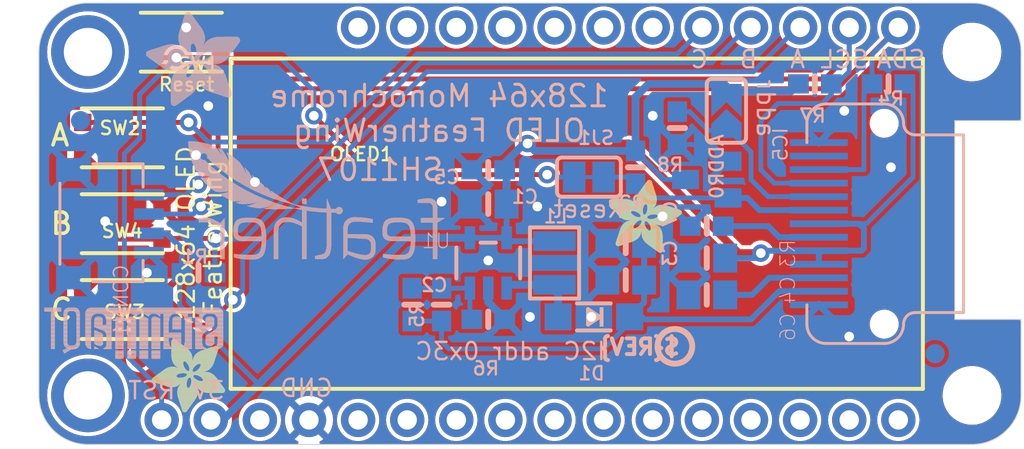
<source format=kicad_pcb>
(kicad_pcb (version 20221018) (generator pcbnew)
  (layers (0 "F.Cu" signal) (31 "B.Cu" signal) (34 "B.Paste" user) (35 "F.Paste" user) (36 "B.SilkS" user "B.Silkscreen") (37 "F.SilkS" user "F.Silkscreen") (38 "B.Mask" user) (39 "F.Mask" user) (44 "Edge.Cuts" user))
  (net 0 "")
  (net 1 "GND")
  (net 2 "~{RESET}")
  (net 3 "3.3V")
  (net 4 "J")
  (net 5 "I")
  (net 6 "H")
  (net 7 "SDA")
  (net 8 "SCL")
  (net 9 "~{OLED_RST}")
  (net 10 "N$7")
  (net 11 "VCOMH")
  (net 12 "+12V")
  (net 13 "N$1")
  (net 14 "N$3")
  (net 15 "N$2")
  (footprint "working:ADAFRUIT_3.5MM" (layer "F.Cu") (at 152.5651 106.5276)
    (fp_text reference "U$16" hide)
    (fp_text value "" hide)
  )
  (footprint "working:BTN_KMR2_4.6X2.8" (layer "F.Cu") (at 130.4671 95.6056)
    (fp_text reference "SW1" (at -0.254 1.143) (layer "F.SilkS") (effects (font (size 0.692831 0.692831) (thickness 0.119969)) (justify left)))
    (fp_text value "KMR2")
    (pad "A" smd rect (at 2.05 -0.8) (size 0.9 0.9) (layers "F.Cu" "F.Paste" "F.Mask") (net 1 "GND"))
    (pad "A'" smd rect (at -2.05 -0.8) (size 0.9 0.9) (layers "F.Cu" "F.Paste" "F.Mask") (net 1 "GND"))
    (pad "B" smd rect (at 2.05 0.8) (size 0.9 0.9) (layers "F.Cu" "F.Paste" "F.Mask") (net 2 "~{RESET}"))
    (pad "B'" smd rect (at -2.05 0.8) (size 0.9 0.9) (layers "F.Cu" "F.Paste" "F.Mask") (net 2 "~{RESET}"))
  )
  (footprint "working:ADAFRUIT_3.5MM" (layer "F.Cu") (at 132.7531 110.9726 180)
    (fp_text reference "U$37" hide)
    (fp_text value "" hide)
  )
  (footprint "working:BTN_KMR2_4.6X2.8" (layer "F.Cu") (at 127.4191 105.0036)
    (fp_text reference "SW4" (at -1.143 0.381) (layer "F.SilkS") (effects (font (size 0.692831 0.692831) (thickness 0.119969)) (justify left)))
    (fp_text value "KMR2")
    (pad "A" smd rect (at 2.05 -0.8) (size 0.9 0.9) (layers "F.Cu" "F.Paste" "F.Mask") (net 1 "GND"))
    (pad "A'" smd rect (at -2.05 -0.8) (size 0.9 0.9) (layers "F.Cu" "F.Paste" "F.Mask") (net 1 "GND"))
    (pad "B" smd rect (at 2.05 0.8) (size 0.9 0.9) (layers "F.Cu" "F.Paste" "F.Mask") (net 5 "I"))
    (pad "B'" smd rect (at -2.05 0.8) (size 0.9 0.9) (layers "F.Cu" "F.Paste" "F.Mask") (net 5 "I"))
  )
  (footprint "working:FEATHERWING_NODIM" (layer "F.Cu") (at 123.1011 116.4336)
    (fp_text reference "MS1" hide)
    (fp_text value "FEATHERWING_NODIM" hide)
    (pad "" np_thru_hole circle (at 48.26 -20.32) (size 2.54 2.54) (drill 2.54) (layers "*.Cu" "*.Mask"))
    (pad "" np_thru_hole circle (at 48.26 -2.54) (size 2.54 2.54) (drill 2.54) (layers "*.Cu" "*.Mask"))
    (pad "1" thru_hole circle (at 6.35 -1.27) (size 1.778 1.778) (drill 1) (layers "*.Cu" "*.Mask") (net 2 "~{RESET}"))
    (pad "2" thru_hole circle (at 8.89 -1.27) (size 1.778 1.778) (drill 1) (layers "*.Cu" "*.Mask") (net 3 "3.3V"))
    (pad "3" thru_hole circle (at 11.43 -1.27) (size 1.778 1.778) (drill 1) (layers "*.Cu" "*.Mask"))
    (pad "4" thru_hole circle (at 13.97 -1.27) (size 1.778 1.778) (drill 1) (layers "*.Cu" "*.Mask") (net 1 "GND"))
    (pad "5" thru_hole circle (at 16.51 -1.27) (size 1.778 1.778) (drill 1) (layers "*.Cu" "*.Mask"))
    (pad "6" thru_hole circle (at 19.05 -1.27) (size 1.778 1.778) (drill 1) (layers "*.Cu" "*.Mask"))
    (pad "7" thru_hole circle (at 21.59 -1.27) (size 1.778 1.778) (drill 1) (layers "*.Cu" "*.Mask"))
    (pad "8" thru_hole circle (at 24.13 -1.27) (size 1.778 1.778) (drill 1) (layers "*.Cu" "*.Mask"))
    (pad "9" thru_hole circle (at 26.67 -1.27) (size 1.778 1.778) (drill 1) (layers "*.Cu" "*.Mask"))
    (pad "10" thru_hole circle (at 29.21 -1.27) (size 1.778 1.778) (drill 1) (layers "*.Cu" "*.Mask"))
    (pad "11" thru_hole circle (at 31.75 -1.27) (size 1.778 1.778) (drill 1) (layers "*.Cu" "*.Mask"))
    (pad "12" thru_hole circle (at 34.29 -1.27) (size 1.778 1.778) (drill 1) (layers "*.Cu" "*.Mask"))
    (pad "13" thru_hole circle (at 36.83 -1.27) (size 1.778 1.778) (drill 1) (layers "*.Cu" "*.Mask"))
    (pad "14" thru_hole circle (at 39.37 -1.27) (size 1.778 1.778) (drill 1) (layers "*.Cu" "*.Mask"))
    (pad "15" thru_hole circle (at 41.91 -1.27) (size 1.778 1.778) (drill 1) (layers "*.Cu" "*.Mask"))
    (pad "16" thru_hole circle (at 44.45 -1.27) (size 1.778 1.778) (drill 1) (layers "*.Cu" "*.Mask"))
    (pad "17" thru_hole circle (at 44.45 -21.59) (size 1.778 1.778) (drill 1) (layers "*.Cu" "*.Mask") (net 7 "SDA"))
    (pad "18" thru_hole circle (at 41.91 -21.59) (size 1.778 1.778) (drill 1) (layers "*.Cu" "*.Mask") (net 8 "SCL"))
    (pad "19" thru_hole circle (at 39.37 -21.59) (size 1.778 1.778) (drill 1) (layers "*.Cu" "*.Mask") (net 6 "H"))
    (pad "20" thru_hole circle (at 36.83 -21.59) (size 1.778 1.778) (drill 1) (layers "*.Cu" "*.Mask") (net 5 "I"))
    (pad "21" thru_hole circle (at 34.29 -21.59) (size 1.778 1.778) (drill 1) (layers "*.Cu" "*.Mask") (net 4 "J"))
    (pad "22" thru_hole circle (at 31.75 -21.59) (size 1.778 1.778) (drill 1) (layers "*.Cu" "*.Mask"))
    (pad "23" thru_hole circle (at 29.21 -21.59) (size 1.778 1.778) (drill 1) (layers "*.Cu" "*.Mask"))
    (pad "24" thru_hole circle (at 26.67 -21.59) (size 1.778 1.778) (drill 1) (layers "*.Cu" "*.Mask"))
    (pad "25" thru_hole circle (at 24.13 -21.59) (size 1.778 1.778) (drill 1) (layers "*.Cu" "*.Mask"))
    (pad "26" thru_hole circle (at 21.59 -21.59) (size 1.778 1.778) (drill 1) (layers "*.Cu" "*.Mask"))
    (pad "27" thru_hole circle (at 19.05 -21.59) (size 1.778 1.778) (drill 1) (layers "*.Cu" "*.Mask"))
    (pad "28" thru_hole circle (at 16.51 -21.59) (size 1.778 1.778) (drill 1) (layers "*.Cu" "*.Mask"))
    (pad "P$1" thru_hole circle (at 2.54 -20.32) (size 3.81 3.81) (drill 2.5) (layers "*.Cu" "*.Mask"))
    (pad "P$2" thru_hole circle (at 2.54 -2.54) (size 3.81 3.81) (drill 2.5) (layers "*.Cu" "*.Mask"))
  )
  (footprint "working:BTN_KMR2_4.6X2.8" (layer "F.Cu") (at 127.4191 109.4486)
    (fp_text reference "SW3" (at -1.016 0.127) (layer "F.SilkS") (effects (font (size 0.692831 0.692831) (thickness 0.119969)) (justify left)))
    (fp_text value "KMR2")
    (pad "A" smd rect (at 2.05 -0.8) (size 0.9 0.9) (layers "F.Cu" "F.Paste" "F.Mask") (net 1 "GND"))
    (pad "A'" smd rect (at -2.05 -0.8) (size 0.9 0.9) (layers "F.Cu" "F.Paste" "F.Mask") (net 1 "GND"))
    (pad "B" smd rect (at 2.05 0.8) (size 0.9 0.9) (layers "F.Cu" "F.Paste" "F.Mask") (net 6 "H"))
    (pad "B'" smd rect (at -2.05 0.8) (size 0.9 0.9) (layers "F.Cu" "F.Paste" "F.Mask") (net 6 "H"))
  )
  (footprint "working:QT1107P11A" (layer "F.Cu") (at 168.8211 105.0036)
    (fp_text reference "OLED1" (at -30.75 -3.6) (layer "F.SilkS") (effects (font (size 0.692831 0.692831) (thickness 0.119969)) (justify left)))
    (fp_text value "OLED_128X64_SH1107")
    (pad "" np_thru_hole circle (at -2 -5.2) (size 1 1) (drill 1) (layers "*.Cu" "*.Mask"))
    (pad "" np_thru_hole circle (at -2 5.2) (size 1 1) (drill 1) (layers "*.Cu" "*.Mask"))
    (pad "1" smd rect (at -5.38 4.2 180) (size 3 0.35) (layers "B.Cu" "B.Mask") (net 1 "GND"))
    (pad "2" smd rect (at -5.38 3.5 180) (size 3 0.35) (layers "B.Cu" "B.Mask") (net 12 "+12V"))
    (pad "3" smd rect (at -5.38 2.8 180) (size 3 0.35) (layers "B.Cu" "B.Mask") (net 11 "VCOMH"))
    (pad "4" smd rect (at -5.38 2.1 180) (size 3 0.35) (layers "B.Cu" "B.Mask") (net 3 "3.3V"))
    (pad "5" smd rect (at -5.38 1.4 180) (size 3 0.35) (layers "B.Cu" "B.Mask") (net 3 "3.3V"))
    (pad "6" smd rect (at -5.38 0.7 180) (size 3 0.35) (layers "B.Cu" "B.Mask") (net 10 "N$7"))
    (pad "7" smd rect (at -5.38 0 180) (size 3 0.35) (layers "B.Cu" "B.Mask") (net 3 "3.3V"))
    (pad "8" smd rect (at -5.38 -0.7 180) (size 3 0.35) (layers "B.Cu" "B.Mask") (net 9 "~{OLED_RST}"))
    (pad "9" smd rect (at -5.38 -1.4 180) (size 3 0.35) (layers "B.Cu" "B.Mask") (net 15 "N$2"))
    (pad "10" smd rect (at -5.38 -2.1 180) (size 3 0.35) (layers "B.Cu" "B.Mask") (net 8 "SCL"))
    (pad "11" smd rect (at -5.38 -2.8 180) (size 3 0.35) (layers "B.Cu" "B.Mask") (net 7 "SDA"))
    (pad "12" smd rect (at -5.38 -3.5 180) (size 3 0.35) (layers "B.Cu" "B.Mask") (net 1 "GND"))
    (pad "13" smd rect (at -5.38 -4.2 180) (size 3 0.35) (layers "B.Cu" "B.Mask") (net 1 "GND"))
  )
  (footprint "working:FIDUCIAL_1MM" (layer "F.Cu") (at 136.9441 95.3516)
    (fp_text reference "FID3" hide)
    (fp_text value "FIDUCIAL_1MM" hide)
    (pad "1" smd roundrect (at 0 0) (size 1 1) (layers "F.Cu" "F.Mask") (roundrect_rratio 0.5))
  )
  (footprint "working:FIDUCIAL_1MM" (layer "F.Cu") (at 128.3081 111.9886)
    (fp_text reference "FID2" hide)
    (fp_text value "FIDUCIAL_1MM" hide)
    (pad "1" smd roundrect (at 0 0) (size 1 1) (layers "F.Cu" "F.Mask") (roundrect_rratio 0.5))
  )
  (footprint "working:BTN_KMR2_4.6X2.8" (layer "F.Cu") (at 127.4191 100.5586 180)
    (fp_text reference "SW2" (at -1.016 0.508) (layer "F.SilkS") (effects (font (size 0.692831 0.692831) (thickness 0.119969)) (justify right)))
    (fp_text value "KMR2")
    (pad "A" smd rect (at 2.05 -0.8 180) (size 0.9 0.9) (layers "F.Cu" "F.Paste" "F.Mask") (net 1 "GND"))
    (pad "A'" smd rect (at -2.05 -0.8 180) (size 0.9 0.9) (layers "F.Cu" "F.Paste" "F.Mask") (net 1 "GND"))
    (pad "B" smd rect (at 2.05 0.8 180) (size 0.9 0.9) (layers "F.Cu" "F.Paste" "F.Mask") (net 4 "J"))
    (pad "B'" smd rect (at -2.05 0.8 180) (size 0.9 0.9) (layers "F.Cu" "F.Paste" "F.Mask") (net 4 "J"))
  )
  (footprint "working:PCBFEAT-REV-040" (layer "B.Cu") (at 155.9941 111.3536 180)
    (fp_text reference "U$14" hide)
    (fp_text value "" hide)
    (fp_text user "${REV}" (at -0.3556 -0.508) (layer "B.SilkS") (effects (font (size 0.8128 0.8128) (thickness 0.2032)) (justify left bottom mirror)))
  )
  (footprint "working:INDUCTOR_1007" (layer "B.Cu") (at 149.7711 107.0356 -90)
    (fp_text reference "L1" (at -2.413 0.635 -180) (layer "B.SilkS") (effects (font (size 0.692831 0.692831) (thickness 0.119969)) (justify right mirror)))
    (fp_text value "10uH")
    (pad "P$1" smd rect (at -1.127 0 270) (size 1.016 2.2) (layers "B.Cu" "B.Paste" "B.Mask") (net 3 "3.3V"))
    (pad "P$2" smd rect (at 1.127 0 270) (size 1.016 2.2) (layers "B.Cu" "B.Paste" "B.Mask") (net 13 "N$1"))
  )
  (footprint "working:0603-NO" (layer "B.Cu") (at 153.9621 102.0826 90)
    (fp_text reference "R2" (at -1.8415 0.5715 180) (layer "B.SilkS") (effects (font (size 0.692831 0.692831) (thickness 0.119969)) (justify left mirror)))
    (fp_text value "12K")
    (pad "1" smd rect (at -0.85 0 90) (size 1.075 1) (layers "B.Cu" "B.Paste" "B.Mask") (net 9 "~{OLED_RST}"))
    (pad "2" smd rect (at 0.85 0 90) (size 1.075 1) (layers "B.Cu" "B.Paste" "B.Mask") (net 3 "3.3V"))
  )
  (footprint "working:JST_SH4" (layer "B.Cu") (at 126.2761 105.0036 90)
    (fp_text reference "CONN1" (at -2.06 1.074 90) (layer "B.SilkS") (effects (font (size 0.738022 0.738022) (thickness 0.074778)) (justify left mirror)))
    (fp_text value "STEMMA_I2C_QT" hide)
    (pad "1" smd rect (at -1.5 2.514) (size 1.55 0.6) (layers "B.Cu" "B.Paste" "B.Mask") (net 1 "GND"))
    (pad "2" smd rect (at -0.5 2.514) (size 1.55 0.6) (layers "B.Cu" "B.Paste" "B.Mask") (net 3 "3.3V"))
    (pad "3" smd rect (at 0.5 2.514) (size 1.55 0.6) (layers "B.Cu" "B.Paste" "B.Mask") (net 7 "SDA"))
    (pad "4" smd rect (at 1.5 2.514) (size 1.55 0.6) (layers "B.Cu" "B.Paste" "B.Mask") (net 8 "SCL"))
    (pad "MT1" smd rect (at -2.8 -1.386) (size 1.8 1.2) (layers "B.Cu" "B.Paste" "B.Mask") (net 1 "GND"))
    (pad "MT2" smd rect (at 2.8 -1.386) (size 1.8 1.2) (layers "B.Cu" "B.Paste" "B.Mask") (net 1 "GND"))
  )
  (footprint "working:0603-NO" (layer "B.Cu") (at 146.3421 102.2096)
    (fp_text reference "C5" (at -1.397 0.381) (layer "B.SilkS") (effects (font (size 0.692831 0.692831) (thickness 0.119969)) (justify left mirror)))
    (fp_text value "0.1uF")
    (pad "1" smd rect (at -0.85 0) (size 1.075 1) (layers "B.Cu" "B.Paste" "B.Mask") (net 1 "GND"))
    (pad "2" smd rect (at 0.85 0) (size 1.075 1) (layers "B.Cu" "B.Paste" "B.Mask") (net 3 "3.3V"))
  )
  (footprint "working:0805-NO" (layer "B.Cu") (at 153.4541 107.9246 180)
    (fp_text reference "C3" (at -2.286 0.635 270) (layer "B.SilkS") (effects (font (size 0.692831 0.692831) (thickness 0.119969)) (justify right mirror)))
    (fp_text value "10uF/16V")
    (pad "1" smd rect (at -0.95 0 180) (size 1.24 1.5) (layers "B.Cu" "B.Paste" "B.Mask") (net 12 "+12V"))
    (pad "2" smd rect (at 0.95 0 180) (size 1.24 1.5) (layers "B.Cu" "B.Paste" "B.Mask") (net 1 "GND"))
  )
  (footprint "working:0603-NO" (layer "B.Cu") (at 156.1211 100.0506 90)
    (fp_text reference "R8" (at -1.905 0.381 180) (layer "B.SilkS") (effects (font (size 0.692831 0.692831) (thickness 0.119969)) (justify left mirror)))
    (fp_text value "12K")
    (pad "1" smd rect (at -0.85 0 90) (size 1.075 1) (layers "B.Cu" "B.Paste" "B.Mask") (net 1 "GND"))
    (pad "2" smd rect (at 0.85 0 90) (size 1.075 1) (layers "B.Cu" "B.Paste" "B.Mask") (net 15 "N$2"))
  )
  (footprint "working:ADAFRUIT_5MM" (layer "B.Cu") (at 133.5151 98.9076 180)
    (fp_text reference "U$8" hide)
    (fp_text value "" hide)
  )
  (footprint "working:SOLDERJUMPER_CLOSEDWIRE" (layer "B.Cu") (at 151.5491 102.5906)
    (fp_text reference "SJ1" (at -0.635 -2.032) (layer "B.SilkS") (effects (font (size 0.692831 0.692831) (thickness 0.119969)) (justify right mirror)))
    (fp_text value "")
    (pad "1" smd rect (at -0.762 0) (size 1.1684 1.6002) (layers "B.Cu") (net 2 "~{RESET}"))
    (pad "2" smd rect (at 0.762 0) (size 1.1684 1.6002) (layers "B.Cu") (net 9 "~{OLED_RST}"))
    (pad "WIRE" smd rect (at 0 0 180) (size 0.635 0.2032) (layers "B.Cu"))
  )
  (footprint "working:0603-NO" (layer "B.Cu") (at 131.3561 107.5436 180)
    (fp_text reference "R1" (at -0.5715 0.8255) (layer "B.SilkS") (effects (font (size 0.692831 0.692831) (thickness 0.119969)) (justify left mirror)))
    (fp_text value "100K")
    (pad "1" smd rect (at -0.85 0 180) (size 1.075 1) (layers "B.Cu" "B.Paste" "B.Mask") (net 5 "I"))
    (pad "2" smd rect (at 0.85 0 180) (size 1.075 1) (layers "B.Cu" "B.Paste" "B.Mask") (net 3 "3.3V"))
  )
  (footprint "working:0603-NO" (layer "B.Cu") (at 157.6451 105.1306)
    (fp_text reference "R3" (at 4.191 0.635 -90) (layer "B.SilkS") (effects (font (size 0.75948 0.75948) (thickness 0.05332)) (justify left mirror)))
    (fp_text value "680K")
    (pad "1" smd rect (at -0.85 0) (size 1.075 1) (layers "B.Cu" "B.Paste" "B.Mask") (net 1 "GND"))
    (pad "2" smd rect (at 0.85 0) (size 1.075 1) (layers "B.Cu" "B.Paste" "B.Mask") (net 10 "N$7"))
  )
  (footprint "working:0805-NO" (layer "B.Cu") (at 157.6451 106.7816)
    (fp_text reference "C4" (at 4.191 0.889 -90) (layer "B.SilkS") (effects (font (size 0.75948 0.75948) (thickness 0.05332)) (justify left mirror)))
    (fp_text value "10uF")
    (pad "1" smd rect (at -0.95 0) (size 1.24 1.5) (layers "B.Cu" "B.Paste" "B.Mask") (net 1 "GND"))
    (pad "2" smd rect (at 0.95 0) (size 1.24 1.5) (layers "B.Cu" "B.Paste" "B.Mask") (net 3 "3.3V"))
  )
  (footprint "working:0603-NO" (layer "B.Cu") (at 142.4051 109.1946 -90)
    (fp_text reference "R5" (at 1.27 -0.254 -270) (layer "B.SilkS") (effects (font (size 0.692831 0.692831) (thickness 0.119969)) (justify right mirror)))
    (fp_text value "100K")
    (pad "1" smd rect (at -0.85 0 270) (size 1.075 1) (layers "B.Cu" "B.Paste" "B.Mask") (net 14 "N$3"))
    (pad "2" smd rect (at 0.85 0 270) (size 1.075 1) (layers "B.Cu" "B.Paste" "B.Mask") (net 12 "+12V"))
  )
  (footprint "working:0805-NO" (layer "B.Cu") (at 157.6451 108.6866)
    (fp_text reference "C6" (at 4.191 0.889 -90) (layer "B.SilkS") (effects (font (size 0.75948 0.75948) (thickness 0.05332)) (justify left mirror)))
    (fp_text value "10uF")
    (pad "1" smd rect (at -0.95 0) (size 1.24 1.5) (layers "B.Cu" "B.Paste" "B.Mask") (net 1 "GND"))
    (pad "2" smd rect (at 0.95 0) (size 1.24 1.5) (layers "B.Cu" "B.Paste" "B.Mask") (net 11 "VCOMH"))
  )
  (footprint "working:0603-NO" (layer "B.Cu") (at 146.3421 109.9566 180)
    (fp_text reference "R6" (at -0.635 -2.54) (layer "B.SilkS") (effects (font (size 0.692831 0.692831) (thickness 0.119969)) (justify left mirror)))
    (fp_text value "12K")
    (pad "1" smd rect (at -0.85 0 180) (size 1.075 1) (layers "B.Cu" "B.Paste" "B.Mask") (net 1 "GND"))
    (pad "2" smd rect (at 0.85 0 180) (size 1.075 1) (layers "B.Cu" "B.Paste" "B.Mask") (net 14 "N$3"))
  )
  (footprint "working:FEATHERLOGO_SMALL" (layer "B.Cu") (at 144.1831 106.9086 180)
    (fp_text reference "U$36" hide)
    (fp_text value "" hide)
  )
  (footprint "working:SOLDERJUMPER_ARROW_NOPASTE" (layer "B.Cu") (at 158.6611 99.1616 90)
    (fp_text reference "ADDR0" (at -1.143 -0.508 90) (layer "B.SilkS") (effects (font (size 0.692831 0.692831) (thickness 0.119969)) (justify left mirror)))
    (fp_text value "")
    (fp_poly (pts (xy 0.106121 -0.002663) (xy -0.679416 -0.7882) (xy -1.3946 -0.7882) (xy -1.3946 0.7882) (xy -0.62715 0.7882)) (fill solid) (layer "B.Cu"))
    (fp_poly (pts (xy 1.3946 -0.7882) (xy -0.315893 -0.7882) (xy 0.443148 0) (xy -0.315893 0.7882) (xy 1.3946 0.7882)) (fill solid) (layer "B.Cu"))
    (pad "1" smd roundrect (at -1.016 0 90) (size 0.762 1.524) (layers "B.Cu") (net 15 "N$2"))
    (pad "2" smd roundrect (at 1.016 0 90) (size 0.762 1.524) (layers "B.Cu") (net 3 "3.3V"))
  )
  (footprint "working:FIDUCIAL_1MM" (layer "B.Cu") (at 125.2601 99.6696 180)
    (fp_text reference "FID4" hide)
    (fp_text value "FIDUCIAL_1MM" hide)
    (pad "1" smd roundrect (at 0 0 180) (size 1 1) (layers "B.Cu" "B.Mask") (roundrect_rratio 0.5))
  )
  (footprint "working:SOD-123" (layer "B.Cu") (at 151.8031 109.8296 180)
    (fp_text reference "D1" (at -0.635 -2.921) (layer "B.SilkS") (effects (font (size 0.692831 0.692831) (thickness 0.119969)) (justify left mirror)))
    (fp_text value "MBR120")
    (pad "A" smd rect (at 1.85 0 90) (size 1.4 1.4) (layers "B.Cu" "B.Paste" "B.Mask") (net 13 "N$1"))
    (pad "C" smd rect (at -1.85 0 90) (size 1.4 1.4) (layers "B.Cu" "B.Paste" "B.Mask") (net 12 "+12V"))
  )
  (footprint "working:0603-NO" (layer "B.Cu") (at 143.9291 109.1946 90)
    (fp_text reference "C2" (at 1.016 0.381 180) (layer "B.SilkS") (effects (font (size 0.692831 0.692831) (thickness 0.119969)) (justify left mirror)))
    (fp_text value "0.1uF")
    (pad "1" smd rect (at -0.85 0 90) (size 1.075 1) (layers "B.Cu" "B.Paste" "B.Mask") (net 12 "+12V"))
    (pad "2" smd rect (at 0.85 0 90) (size 1.075 1) (layers "B.Cu" "B.Paste" "B.Mask") (net 14 "N$3"))
  )
  (footprint "working:SOT23" (layer "B.Cu") (at 157.6451 102.7176 -90)
    (fp_text reference "IC5" (at -0.889 -3.81 -270) (layer "B.SilkS") (effects (font (size 0.719328 0.719328) (thickness 0.093472)) (justify right mirror)))
    (fp_text value "APX803")
    (pad "1" smd rect (at -0.95 -1.1 270) (size 1 1.4) (layers "B.Cu" "B.Paste" "B.Mask") (net 1 "GND"))
    (pad "2" smd rect (at 0.95 -1.1 270) (size 1 1.4) (layers "B.Cu" "B.Paste" "B.Mask") (net 9 "~{OLED_RST}"))
    (pad "3" smd rect (at 0 1.1 270) (size 1 1.4) (layers "B.Cu" "B.Paste" "B.Mask") (net 3 "3.3V"))
  )
  (footprint "working:0603-NO" (layer "B.Cu") (at 167.0431 97.7646)
    (fp_text reference "R4" (at -0.635 0.762) (layer "B.SilkS") (effects (font (size 0.692831 0.692831) (thickness 0.119969)) (justify right mirror)))
    (fp_text value "2.2K")
    (pad "1" smd rect (at -0.85 0) (size 1.075 1) (layers "B.Cu" "B.Paste" "B.Mask") (net 7 "SDA"))
    (pad "2" smd rect (at 0.85 0) (size 1.075 1) (layers "B.Cu" "B.Paste" "B.Mask") (net 3 "3.3V"))
  )
  (footprint "working:FIDUCIAL_1MM" (layer "B.Cu") (at 169.4561 111.7346 180)
    (fp_text reference "FID1" hide)
    (fp_text value "FIDUCIAL_1MM" hide)
    (pad "1" smd roundrect (at 0 0 180) (size 1 1) (layers "B.Cu" "B.Mask") (roundrect_rratio 0.5))
  )
  (footprint "working:0805-NO" (layer "B.Cu") (at 146.3421 103.9876 180)
    (fp_text reference "C1" (at -1.143 0.381) (layer "B.SilkS") (effects (font (size 0.692831 0.692831) (thickness 0.119969)) (justify right mirror)))
    (fp_text value "10uF")
    (pad "1" smd rect (at -0.95 0 180) (size 1.24 1.5) (layers "B.Cu" "B.Paste" "B.Mask") (net 3 "3.3V"))
    (pad "2" smd rect (at 0.95 0 180) (size 1.24 1.5) (layers "B.Cu" "B.Paste" "B.Mask") (net 1 "GND"))
  )
  (footprint "working:0603-NO" (layer "B.Cu") (at 163.2331 97.7646 180)
    (fp_text reference "R7" (at -0.635 -1.651) (layer "B.SilkS") (effects (font (size 0.692831 0.692831) (thickness 0.119969)) (justify left mirror)))
    (fp_text value "2.2K")
    (pad "1" smd rect (at -0.85 0 180) (size 1.075 1) (layers "B.Cu" "B.Paste" "B.Mask") (net 8 "SCL"))
    (pad "2" smd rect (at 0.85 0 180) (size 1.075 1) (layers "B.Cu" "B.Paste" "B.Mask") (net 3 "3.3V"))
  )
  (footprint "working:0805-NO" (layer "B.Cu") (at 153.4541 106.0196 180)
    (fp_text reference "C7" (at -2.286 0.762 270) (layer "B.SilkS") (effects (font (size 0.692831 0.692831) (thickness 0.119969)) (justify right mirror)))
    (fp_text value "10uF/16V")
    (pad "1" smd rect (at -0.95 0 180) (size 1.24 1.5) (layers "B.Cu" "B.Paste" "B.Mask") (net 12 "+12V"))
    (pad "2" smd rect (at 0.95 0 180) (size 1.24 1.5) (layers "B.Cu" "B.Paste" "B.Mask") (net 1 "GND"))
  )
  (footprint "working:STEMMAQT" (layer "B.Cu") (at 132.6261 111.9886 180)
    (fp_text reference "U$35" hide)
    (fp_text value "" hide)
  )
  (footprint "working:SOT23-5" (layer "B.Cu") (at 146.3421 107.0356 180)
    (fp_text reference "U1" (at 1.905 1.143) (layer "B.SilkS") (effects (font (size 0.75948 0.75948) (thickness 0.05332)) (justify left mirror)))
    (fp_text value "FAN5331SX")
    (pad "1" smd rect (at -0.95 -1.3001 180) (size 0.55 1.2) (layers "B.Cu" "B.Paste" "B.Mask") (net 13 "N$1"))
    (pad "2" smd rect (at 0 -1.3001 180) (size 0.55 1.2) (layers "B.Cu" "B.Paste" "B.Mask") (net 1 "GND"))
    (pad "3" smd rect (at 0.95 -1.3001 180) (size 0.55 1.2) (layers "B.Cu" "B.Paste" "B.Mask") (net 14 "N$3"))
    (pad "4" smd rect (at 0.95 1.3001 180) (size 0.55 1.2) (layers "B.Cu" "B.Paste" "B.Mask") (net 3 "3.3V"))
    (pad "5" smd rect (at -0.95 1.3001 180) (size 0.55 1.2) (layers "B.Cu" "B.Paste" "B.Mask") (net 3 "3.3V"))
  )
  (gr_line (start 173.9011 113.8936) (end 173.9011 109.9566) (stroke (width 0.05)) (layer "Edge.Cuts"))
  (gr_line (start 170.4721 99.6696) (end 173.9011 99.6696) (stroke (width 0.05)) (layer "Edge.Cuts"))
  (gr_arc (start 123.1011 96.1136) (mid 123.845049 94.317549) (end 125.6411 93.5736) (stroke (width 0.05)) (layer "Edge.Cuts"))
  (gr_line (start 171.3611 93.5736) (end 125.6411 93.5736) (stroke (width 0.05)) (layer "Edge.Cuts"))
  (gr_line (start 123.1011 96.1136) (end 123.1011 113.8936) (stroke (width 0.05)) (layer "Edge.Cuts"))
  (gr_line (start 125.6411 116.4336) (end 171.3611 116.4336) (stroke (width 0.05)) (layer "Edge.Cuts"))
  (gr_arc (start 171.3611 93.5736) (mid 173.157151 94.317549) (end 173.9011 96.1136) (stroke (width 0.05)) (layer "Edge.Cuts"))
  (gr_arc (start 173.9011 113.8936) (mid 173.157151 115.689651) (end 171.3611 116.4336) (stroke (width 0.05)) (layer "Edge.Cuts"))
  (gr_arc (start 125.6411 116.4336) (mid 123.845049 115.689651) (end 123.1011 113.8936) (stroke (width 0.05)) (layer "Edge.Cuts"))
  (gr_line (start 173.9011 109.9566) (end 170.4721 109.9566) (stroke (width 0.05)) (layer "Edge.Cuts"))
  (gr_line (start 173.9011 99.6696) (end 173.9011 96.1136) (stroke (width 0.05)) (layer "Edge.Cuts"))
  (gr_line (start 170.4721 109.9566) (end 170.4721 99.6696) (stroke (width 0.05)) (layer "Edge.Cuts"))
  (gr_text "128x64 Monochrome\nOLED FeatherWing" (at 143.8021 99.2886) (layer "B.SilkS") (effects (font (size 1.1176 1.1176) (thickness 0.1524)) (justify mirror)))
  (gr_text "Reset" (at 151.5491 104.2416) (layer "B.SilkS") (effects (font (size 0.89408 0.89408) (thickness 0.12192)) (justify mirror)))
  (gr_text "GND" (at 136.9441 113.5126) (layer "B.SilkS") (effects (font (size 0.89408 0.89408) (thickness 0.12192)) (justify mirror)))
  (gr_text "SH1107" (at 140.7541 102.2096) (layer "B.SilkS") (effects (font (size 1.1176 1.1176) (thickness 0.1524)) (justify mirror)))
  (gr_text "I2C addr 0x3C" (at 147.4851 111.6076) (layer "B.SilkS") (effects (font (size 0.89408 0.89408) (thickness 0.12192)) (justify mirror)))
  (gr_text "B" (at 159.8041 96.4946) (layer "B.SilkS") (effects (font (size 0.89408 0.89408) (thickness 0.12192)) (justify mirror)))
  (gr_text "A" (at 162.3441 96.4946) (layer "B.SilkS") (effects (font (size 0.89408 0.89408) (thickness 0.12192)) (justify mirror)))
  (gr_text "addr" (at 160.6931 99.0346 -90) (layer "B.SilkS") (effects (font (size 0.89408 0.89408) (thickness 0.12192)) (justify mirror)))
  (gr_text "SCL" (at 164.7571 96.4946) (layer "B.SilkS") (effects (font (size 0.89408 0.89408) (thickness 0.12192)) (justify mirror)))
  (gr_text "RST" (at 128.9431 113.6396) (layer "B.SilkS") (effects (font (size 0.89408 0.89408) (thickness 0.12192)) (justify mirror)))
  (gr_text "C" (at 157.2641 96.4946) (layer "B.SilkS") (effects (font (size 0.89408 0.89408) (thickness 0.12192)) (justify mirror)))
  (gr_text "3V" (at 131.8641 113.6396) (layer "B.SilkS") (effects (font (size 0.89408 0.89408) (thickness 0.12192)) (justify mirror)))
  (gr_text "SDA" (at 167.6781 96.4946) (layer "B.SilkS") (effects (font (size 0.89408 0.89408) (thickness 0.12192)) (justify mirror)))
  (gr_text "128x64 OLED" (at 131.2291 110.0836 90) (layer "F.SilkS") (effects (font (size 0.89408 0.89408) (thickness 0.12192)) (justify left bottom)))
  (gr_text "B" (at 123.6091 105.6386) (layer "F.SilkS") (effects (font (size 1.0922 1.0922) (thickness 0.1778)) (justify left bottom)))
  (gr_text "C" (at 123.6091 110.0836) (layer "F.SilkS") (effects (font (size 1.0922 1.0922) (thickness 0.1778)) (justify left bottom)))
  (gr_text "Reset" (at 132.2451 97.3836) (layer "F.SilkS") (effects (font (size 0.699008 0.699008) (thickness 0.113792)) (justify right top)))
  (gr_text "A" (at 123.6091 101.0666) (layer "F.SilkS") (effects (font (size 1.0922 1.0922) (thickness 0.1778)) (justify left bottom)))
  (gr_text "FeatherWing" (at 132.6261 109.8296 90) (layer "F.SilkS") (effects (font (size 0.89408 0.89408) (thickness 0.12192)) (justify left bottom)))
  (via (at 128.6891 107.5436) (size 0.9064) (drill 0.5) (layers "F.Cu" "B.Cu") (net 1))
  (via (at 131.2291 101.4476) (size 0.9064) (drill 0.5) (layers "F.Cu" "B.Cu") (net 1))
  (via (at 155.3591 104.6226) (size 0.9064) (drill 0.5) (layers "F.Cu" "B.Cu") (net 1))
  (via (at 165.0111 110.8456) (size 0.9064) (drill 0.5) (layers "F.Cu" "B.Cu") (net 1))
  (via (at 151.6761 109.8296) (size 0.9064) (drill 0.5) (layers "F.Cu" "B.Cu") (net 1))
  (via (at 130.7211 94.8436) (size 0.9064) (drill 0.5) (layers "F.Cu" "B.Cu") (net 1))
  (via (at 131.8641 98.9076) (size 0.9064) (drill 0.5) (layers "F.Cu" "B.Cu") (net 1))
  (via (at 143.9291 103.8606) (size 0.9064) (drill 0.5) (layers "F.Cu" "B.Cu") (net 1))
  (via (at 154.8511 99.4156) (size 0.9064) (drill 0.5) (layers "F.Cu" "B.Cu") (net 1))
  (via (at 146.3421 106.9086) (size 0.9064) (drill 0.5) (layers "F.Cu" "B.Cu") (net 1))
  (via (at 126.5301 104.8766) (size 0.9064) (drill 0.5) (layers "F.Cu" "B.Cu") (net 1))
  (via (at 134.2771 102.8446) (size 0.9064) (drill 0.5) (layers "F.Cu" "B.Cu") (net 1))
  (via (at 167.1701 102.0826) (size 0.9064) (drill 0.5) (layers "F.Cu" "B.Cu") (net 1))
  (via (at 164.7571 99.1616) (size 0.9064) (drill 0.5) (layers "F.Cu" "B.Cu") (net 1))
  (via (at 148.8821 104.1146) (size 0.9064) (drill 0.5) (layers "F.Cu" "B.Cu") (net 1))
  (via (at 148.5011 109.8296) (size 0.9064) (drill 0.5) (layers "F.Cu" "B.Cu") (net 1))
  (segment (start 147.1921 109.9176) (end 147.1921 109.9566) (width 0.4064) (layer "B.Cu") (net 1))
  (segment (start 146.3421 108.3357) (end 146.3421 109.0676) (width 0.4064) (layer "B.Cu") (net 1))
  (segment (start 158.0921 101.7676) (end 157.2251 100.9006) (width 0.254) (layer "B.Cu") (net 1))
  (segment (start 157.2251 100.9006) (end 156.1211 100.9006) (width 0.254) (layer "B.Cu") (net 1))
  (segment (start 146.3421 109.0676) (end 147.1921 109.9176) (width 0.4064) (layer "B.Cu") (net 1))
  (segment (start 158.7451 101.7676) (end 158.0921 101.7676) (width 0.254) (layer "B.Cu") (net 1))
  (segment (start 140.3731 102.4636) (end 137.3251 99.4156) (width 0.254) (layer "F.Cu") (net 2))
  (segment (start 128.4171 96.4056) (end 130.2131 96.4056) (width 0.254) (layer "F.Cu") (net 2))
  (segment (start 130.2131 96.4056) (end 132.5171 96.4056) (width 0.254) (layer "F.Cu") (net 2))
  (segment (start 149.3901 102.4636) (end 140.3731 102.4636) (width 0.254) (layer "F.Cu") (net 2))
  (via (at 130.2131 96.4056) (size 0.9064) (drill 0.5) (layers "F.Cu" "B.Cu") (net 2))
  (via (at 149.3901 102.4636) (size 0.9064) (drill 0.5) (layers "F.Cu" "B.Cu") (net 2))
  (via (at 137.3251 99.4156) (size 0.9064) (drill 0.5) (layers "F.Cu" "B.Cu") (net 2))
  (segment (start 127.5247 111.7132) (end 129.4511 113.6396) (width 0.254) (layer "B.Cu") (net 2))
  (segment (start 135.6296 96.4501) (end 130.1686 96.4501) (width 0.254) (layer "B.Cu") (net 2))
  (segment (start 128.3081 98.3106) (end 128.3081 100.5937) (width 0.254) (layer "B.Cu") (net 2))
  (segment (start 127.5247 101.3771) (end 127.5247 111.7132) (width 0.254) (layer "B.Cu") (net 2))
  (segment (start 128.3081 100.5937) (end 127.5247 101.3771) (width 0.254) (layer "B.Cu") (net 2))
  (segment (start 130.1686 96.4501) (end 128.3081 98.3106) (width 0.254) (layer "B.Cu") (net 2))
  (segment (start 130.2131 96.4056) (end 130.1686 96.4501) (width 0.254) (layer "B.Cu") (net 2))
  (segment (start 137.3251 99.4156) (end 137.3251 98.1456) (width 0.254) (layer "B.Cu") (net 2))
  (segment (start 129.4511 113.6396) (end 129.4511 115.1636) (width 0.254) (layer "B.Cu") (net 2))
  (segment (start 149.5171 102.5906) (end 149.3901 102.4636) (width 0.254) (layer "B.Cu") (net 2))
  (segment (start 150.7871 102.5906) (end 149.5171 102.5906) (width 0.254) (layer "B.Cu") (net 2))
  (segment (start 137.3251 98.1456) (end 135.6296 96.4501) (width 0.254) (layer "B.Cu") (net 2))
  (segment (start 159.2961 106.5276) (end 153.6201 100.8516) (width 0.4064) (layer "F.Cu") (net 3))
  (segment (start 160.4391 106.5276) (end 159.2961 106.5276) (width 0.4064) (layer "F.Cu") (net 3))
  (segment (start 153.6201 100.8516) (end 148.3741 100.8516) (width 0.4064) (layer "F.Cu") (net 3))
  (via (at 160.4391 106.5276) (size 0.9064) (drill 0.5) (layers "F.Cu" "B.Cu") (net 3))
  (via (at 148.3741 100.8516) (size 0.9064) (drill 0.5) (layers "F.Cu" "B.Cu") (net 3))
  (segment (start 153.9621 101.2326) (end 153.9621 98.4386) (width 0.4064) (layer "B.Cu") (net 3))
  (segment (start 165.6431 106.4036) (end 165.7731 106.2736) (width 0.3048) (layer "B.Cu") (net 3))
  (segment (start 165.9001 105.0036) (end 165.2651 105.0036) (width 0.254) (layer "B.Cu") (net 3))
  (segment (start 147.4652 105.9086) (end 149.7711 105.9086) (width 0.3048) (layer "B.Cu") (net 3))
  (segment (start 165.5191 105.0036) (end 165.2651 105.0036) (width 0.3048) (layer "B.Cu") (net 3))
  (segment (start 147.2921 103.9876) (end 147.2921 105.7355) (width 0.3048) (layer "B.Cu") (net 3))
  (segment (start 128.7901 105.5036) (end 129.704081 105.5036) (width 0.3048) (layer "B.Cu") (net 3))
  (segment (start 160.1851 106.7816) (end 158.5951 106.7816) (width 0.3048) (layer "B.Cu") (net 3))
  (segment (start 130.5061 107.5436) (end 130.5061 106.305619) (width 0.3048) (layer "B.Cu") (net 3))
  (segment (start 168.3131 98.1846) (end 168.3131 102.5906) (width 0.254) (layer "B.Cu") (net 3))
  (segment (start 160.5631 106.4036) (end 160.4391 106.5276) (width 0.3048) (layer "B.Cu") (net 3))
  (segment (start 145.3921 105.7355) (end 147.2921 105.7355) (width 0.3048) (layer "B.Cu") (net 3))
  (segment (start 134.4676 113.3221) (end 132.6261 115.1636) (width 0.4064) (layer "B.Cu") (net 3))
  (segment (start 147.2921 103.9876) (end 147.2921 102.3096) (width 0.4064) (layer "B.Cu") (net 3))
  (segment (start 156.5451 102.7176) (end 155.4471 102.7176) (width 0.254) (layer "B.Cu") (net 3))
  (segment (start 167.8931 97.7646) (end 168.3131 98.1846) (width 0.254) (layer "B.Cu") (net 3))
  (segment (start 162.3831 97.7646) (end 162.0021 98.1456) (width 0.4064) (layer "B.Cu") (net 3))
  (segment (start 145.3921 105.7355) (end 142.0542 105.7355) (width 0.4064) (layer "B.Cu") (net 3))
  (segment (start 158.9151 98.1456) (end 158.6611 98.1456) (width 0.4064) (layer "B.Cu") (net 3))
  (segment (start 147.2921 101.7676) (end 148.2081 100.8516) (width 0.4064) (layer "B.Cu") (net 3))
  (segment (start 130.5061 107.5436) (end 130.3791 107.6706) (width 0.254) (layer "B.Cu") (net 3))
  (segment (start 147.1921 102.2096) (end 147.2921 102.3096) (width 0.4064) (layer "B.Cu") (net 3))
  (segment (start 155.4471 102.7176) (end 153.9621 101.2326) (width 0.254) (layer "B.Cu") (net 3))
  (segment (start 147.2921 102.3096) (end 147.2921 101.7676) (width 0.4064) (layer "B.Cu") (net 3))
  (segment (start 153.9621 98.4386) (end 154.6361 97.7646) (width 0.4064) (layer "B.Cu") (net 3))
  (segment (start 165.2651 105.0036) (end 163.4411 105.0036) (width 0.3048) (layer "B.Cu") (net 3))
  (segment (start 168.3131 102.5906) (end 165.9001 105.0036) (width 0.254) (layer "B.Cu") (net 3))
  (segment (start 165.7731 106.2736) (end 165.7731 105.2576) (width 0.3048) (layer "B.Cu") (net 3))
  (segment (start 163.4411 106.4036) (end 160.5631 106.4036) (width 0.3048) (layer "B.Cu") (net 3))
  (segment (start 163.4411 106.4036) (end 165.6431 106.4036) (width 0.3048) (layer "B.Cu") (net 3))
  (segment (start 153.9621 101.2326) (end 148.7551 101.2326) (width 0.4064) (layer "B.Cu") (net 3))
  (segment (start 148.2081 100.8516) (end 148.3741 100.8516) (width 0.4064) (layer "B.Cu") (net 3))
  (segment (start 147.2921 105.7355) (end 147.4652 105.9086) (width 0.3048) (layer "B.Cu") (net 3))
  (segment (start 148.3741 100.8516) (end 148.7551 101.2326) (width 0.4064) (layer "B.Cu") (net 3))
  (segment (start 129.704081 105.5036) (end 130.5061 106.305619) (width 0.3048) (layer "B.Cu") (net 3))
  (segment (start 130.3791 109.2336) (end 134.4676 113.3221) (width 0.254) (layer "B.Cu") (net 3))
  (segment (start 163.4411 107.1036) (end 163.4411 106.4036) (width 0.3048) (layer "B.Cu") (net 3))
  (segment (start 162.0021 98.1456) (end 158.9151 98.1456) (width 0.4064) (layer "B.Cu") (net 3))
  (segment (start 130.3791 107.6706) (end 130.3791 109.2336) (width 0.254) (layer "B.Cu") (net 3))
  (segment (start 132.6261 115.1636) (end 131.9911 115.1636) (width 0.4064) (layer "B.Cu") (net 3))
  (segment (start 158.5341 97.7646) (end 158.9151 98.1456) (width 0.4064) (layer "B.Cu") (net 3))
  (segment (start 142.0542 105.7355) (end 134.4676 113.3221) (width 0.4064) (layer "B.Cu") (net 3))
  (segment (start 160.4391 106.5276) (end 160.1851 106.7816) (width 0.3048) (layer "B.Cu") (net 3))
  (segment (start 165.7731 105.2576) (end 165.5191 105.0036) (width 0.3048) (layer "B.Cu") (net 3))
  (segment (start 154.6361 97.7646) (end 158.5341 97.7646) (width 0.4064) (layer "B.Cu") (net 3))
  (segment (start 130.8481 99.7586) (end 125.3691 99.7586) (width 0.254) (layer "F.Cu") (net 4))
  (segment (start 129.4691 99.7586) (end 130.8481 99.7586) (width 0.254) (layer "F.Cu") (net 4))
  (via (at 130.8481 99.7586) (size 0.9064) (drill 0.5) (layers "F.Cu" "B.Cu") (net 4))
  (segment (start 138.101937 100.7746) (end 131.8641 100.7746) (width 0.254) (layer "B.Cu") (net 4))
  (segment (start 157.3911 94.8436) (end 157.3911 94.9452) (width 0.254) (layer "B.Cu") (net 4))
  (segment (start 157.3911 94.9452) (end 156.1211 96.2152) (width 0.254) (layer "B.Cu") (net 4))
  (segment (start 142.661337 96.2152) (end 138.101937 100.7746) (width 0.254) (layer "B.Cu") (net 4))
  (segment (start 156.1211 96.2152) (end 142.661337 96.2152) (width 0.254) (layer "B.Cu") (net 4))
  (segment (start 131.8641 100.7746) (end 130.8481 99.7586) (width 0.254) (layer "B.Cu") (net 4))
  (segment (start 129.5071 105.7656) (end 132.2529 105.7656) (width 0.254) (layer "F.Cu") (net 5))
  (segment (start 125.3691 105.8036) (end 129.4691 105.8036) (width 0.254) (layer "F.Cu") (net 5))
  (segment (start 129.4691 105.8036) (end 129.5071 105.7656) (width 0.254) (layer "F.Cu") (net 5))
  (via (at 132.2529 105.7656) (size 0.9064) (drill 0.5) (layers "F.Cu" "B.Cu") (net 5))
  (segment (start 142.850718 96.6724) (end 133.719518 105.8036) (width 0.254) (layer "B.Cu") (net 5))
  (segment (start 157.8991 96.6724) (end 142.850718 96.6724) (width 0.254) (layer "B.Cu") (net 5))
  (segment (start 132.2061 105.8884) (end 132.2909 105.8036) (width 0.254) (layer "B.Cu") (net 5))
  (segment (start 132.2909 105.8036) (end 132.2529 105.7656) (width 0.254) (layer "B.Cu") (net 5))
  (segment (start 133.719518 105.8036) (end 132.2909 105.8036) (width 0.254) (layer "B.Cu") (net 5))
  (segment (start 159.7279 94.8436) (end 157.8991 96.6724) (width 0.254) (layer "B.Cu") (net 5))
  (segment (start 159.9311 94.8436) (end 159.7279 94.8436) (width 0.254) (layer "B.Cu") (net 5))
  (segment (start 132.2061 107.5436) (end 132.2061 105.8884) (width 0.254) (layer "B.Cu") (net 5))
  (segment (start 133.1341 108.9406) (end 131.8261 110.2486) (width 0.254) (layer "F.Cu") (net 6))
  (segment (start 125.3691 110.2486) (end 129.4691 110.2486) (width 0.254) (layer "F.Cu") (net 6))
  (segment (start 129.4691 110.2486) (end 131.8261 110.2486) (width 0.254) (layer "F.Cu") (net 6))
  (via (at 133.1341 108.9406) (size 0.9064) (drill 0.5) (layers "F.Cu" "B.Cu") (net 6))
  (segment (start 133.6421 106.6546) (end 133.6421 108.4326) (width 0.254) (layer "B.Cu") (net 6))
  (segment (start 133.6421 108.4326) (end 133.1341 108.9406) (width 0.254) (layer "B.Cu") (net 6))
  (segment (start 162.4711 94.8436) (end 162.3441 94.8436) (width 0.254) (layer "B.Cu") (net 6))
  (segment (start 160.0581 97.1296) (end 143.1671 97.1296) (width 0.254) (layer "B.Cu") (net 6))
  (segment (start 162.3441 94.8436) (end 160.0581 97.1296) (width 0.254) (layer "B.Cu") (net 6))
  (segment (start 143.1671 97.1296) (end 133.6421 106.6546) (width 0.254) (layer "B.Cu") (net 6))
  (segment (start 133.0071 102.5906) (end 131.4831 104.1146) (width 0.254) (layer "F.Cu") (net 7))
  (segment (start 135.1661 98.0186) (end 133.0071 100.1776) (width 0.254) (layer "F.Cu") (net 7))
  (segment (start 133.0071 100.1776) (end 133.0071 102.5906) (width 0.254) (layer "F.Cu") (net 7))
  (segment (start 164.3761 98.0186) (end 135.1661 98.0186) (width 0.254) (layer "F.Cu") (net 7))
  (segment (start 167.5511 94.8436) (end 164.3761 98.0186) (width 0.254) (layer "F.Cu") (net 7))
  (via (at 131.4831 104.1146) (size 0.9064) (drill 0.5) (layers "F.Cu" "B.Cu") (net 7))
  (segment (start 165.7731 98.1846) (end 165.7731 102.2036) (width 0.254) (layer "B.Cu") (net 7))
  (segment (start 167.5511 94.8826) (end 166.1931 96.2406) (width 0.254) (layer "B.Cu") (net 7))
  (segment (start 167.5511 94.8436) (end 167.5511 94.8826) (width 0.254) (layer "B.Cu") (net 7))
  (segment (start 166.1931 97.7646) (end 166.1931 96.2406) (width 0.254) (layer "B.Cu") (net 7))
  (segment (start 163.4411 102.2036) (end 165.7731 102.2036) (width 0.254) (layer "B.Cu") (net 7))
  (segment (start 131.4831 104.1146) (end 131.0941 104.5036) (width 0.254) (layer "B.Cu") (net 7))
  (segment (start 166.1931 97.7646) (end 165.7731 98.1846) (width 0.254) (layer "B.Cu") (net 7))
  (segment (start 131.0941 104.5036) (end 128.7901 104.5036) (width 0.254) (layer "B.Cu") (net 7))
  (segment (start 132.3721 100.0506) (end 132.3721 101.9556) (width 0.254) (layer "F.Cu") (net 8))
  (segment (start 165.0111 94.8436) (end 165.0111 96.2406) (width 0.254) (layer "F.Cu") (net 8))
  (segment (start 165.0111 96.2406) (end 163.7411 97.5106) (width 0.254) (layer "F.Cu") (net 8))
  (segment (start 134.9121 97.5106) (end 132.3721 100.0506) (width 0.254) (layer "F.Cu") (net 8))
  (segment (start 163.7411 97.5106) (end 134.9121 97.5106) (width 0.254) (layer "F.Cu") (net 8))
  (segment (start 132.3721 101.9556) (end 131.3561 102.9716) (width 0.254) (layer "F.Cu") (net 8))
  (via (at 131.3561 102.9716) (size 0.9064) (drill 0.5) (layers "F.Cu" "B.Cu") (net 8))
  (segment (start 160.4391 99.6696) (end 160.4391 102.2096) (width 0.254) (layer "B.Cu") (net 8))
  (segment (start 163.6141 98.7806) (end 161.3281 98.7806) (width 0.254) (layer "B.Cu") (net 8))
  (segment (start 161.3281 98.7806) (end 160.4391 99.6696) (width 0.254) (layer "B.Cu") (net 8))
  (segment (start 131.2291 102.9716) (end 130.6971 103.5036) (width 0.254) (layer "B.Cu") (net 8))
  (segment (start 164.0831 98.3116) (end 163.6141 98.7806) (width 0.254) (layer "B.Cu") (net 8))
  (segment (start 130.6971 103.5036) (end 128.7901 103.5036) (width 0.254) (layer "B.Cu") (net 8))
  (segment (start 165.0111 97.1296) (end 164.3761 97.7646) (width 0.254) (layer "B.Cu") (net 8))
  (segment (start 165.0111 97.1296) (end 165.0111 94.8436) (width 0.254) (layer "B.Cu") (net 8))
  (segment (start 164.0831 97.7646) (end 164.0831 98.3116) (width 0.254) (layer "B.Cu") (net 8))
  (segment (start 131.3561 102.9716) (end 131.2291 102.9716) (width 0.254) (layer "B.Cu") (net 8))
  (segment (start 160.4391 102.2096) (end 161.1331 102.9036) (width 0.254) (layer "B.Cu") (net 8))
  (segment (start 161.1331 102.9036) (end 163.4411 102.9036) (width 0.254) (layer "B.Cu") (net 8))
  (segment (start 164.0831 97.7646) (end 164.3761 97.7646) (width 0.254) (layer "B.Cu") (net 8))
  (segment (start 160.3741 104.3036) (end 159.7381 103.6676) (width 0.3048) (layer "B.Cu") (net 9))
  (segment (start 159.7381 103.6676) (end 158.7451 103.6676) (width 0.3048) (layer "B.Cu") (net 9))
  (segment (start 153.9621 102.9326) (end 153.6201 102.5906) (width 0.254) (layer "B.Cu") (net 9))
  (segment (start 153.6201 102.5906) (end 152.3111 102.5906) (width 0.254) (layer "B.Cu") (net 9))
  (segment (start 158.7451 103.6676) (end 154.6971 103.6676) (width 0.254) (layer "B.Cu") (net 9))
  (segment (start 163.4411 104.3036) (end 160.3741 104.3036) (width 0.3048) (layer "B.Cu") (net 9))
  (segment (start 153.9621 102.9326) (end 154.6971 103.6676) (width 0.254) (layer "B.Cu") (net 9))
  (segment (start 158.4951 105.1306) (end 160.8201 105.1306) (width 0.3048) (layer "B.Cu") (net 10))
  (segment (start 160.8201 105.1306) (end 161.3931 105.7036) (width 0.3048) (layer "B.Cu") (net 10))
  (segment (start 161.3931 105.7036) (end 163.4411 105.7036) (width 0.3048) (layer "B.Cu") (net 10))
  (segment (start 163.4411 107.8036) (end 160.8751 107.8036) (width 0.3048) (layer "B.Cu") (net 11))
  (segment (start 160.8751 107.8036) (end 159.9921 108.6866) (width 0.3048) (layer "B.Cu") (net 11))
  (segment (start 159.9921 108.6866) (end 158.5951 108.6866) (width 0.3048) (layer "B.Cu") (net 11))
  (segment (start 159.9311 109.9566) (end 154.4041 109.9566) (width 0.3048) (layer "B.Cu") (net 12))
  (segment (start 152.3111 111.4806) (end 153.6531 110.1386) (width 0.254) (layer "B.Cu") (net 12))
  (segment (start 154.4041 109.0786) (end 153.6531 109.8296) (width 0.3048) (layer "B.Cu") (net 12))
  (segment (start 154.0891 109.8296) (end 154.1831 109.7356) (width 0.3048) (layer "B.Cu") (net 12))
  (segment (start 154.4041 106.0196) (end 154.4041 107.9246) (width 0.3048) (layer "B.Cu") (net 12))
  (segment (start 143.9291 111.0996) (end 144.3101 111.4806) (width 0.254) (layer "B.Cu") (net 12))
  (segment (start 163.4411 108.5036) (end 161.3841 108.5036) (width 0.3048) (layer "B.Cu") (net 12))
  (segment (start 143.9291 110.0446) (end 142.4051 110.0446) (width 0.254) (layer "B.Cu") (net 12))
  (segment (start 154.1831 109.7356) (end 154.4041 109.9566) (width 0.3048) (layer "B.Cu") (net 12))
  (segment (start 154.4041 107.9246) (end 154.4041 109.0786) (width 0.3048) (layer "B.Cu") (net 12))
  (segment (start 153.6531 110.1386) (end 153.6531 109.8296) (width 0.254) (layer "B.Cu") (net 12))
  (segment (start 153.6531 109.8296) (end 154.0891 109.8296) (width 0.3048) (layer "B.Cu") (net 12))
  (segment (start 144.3101 111.4806) (end 152.3111 111.4806) (width 0.254) (layer "B.Cu") (net 12))
  (segment (start 143.9291 110.0446) (end 143.9291 111.0996) (width 0.254) (layer "B.Cu") (net 12))
  (segment (start 161.3841 108.5036) (end 159.9311 109.9566) (width 0.3048) (layer "B.Cu") (net 12))
  (segment (start 149.9531 108.3446) (end 149.9531 109.8296) (width 0.4064) (layer "B.Cu") (net 13))
  (segment (start 149.7711 108.1626) (end 149.9531 108.3446) (width 0.4064) (layer "B.Cu") (net 13))
  (segment (start 147.4652 108.1626) (end 149.7711 108.1626) (width 0.4064) (layer "B.Cu") (net 13))
  (segment (start 147.2921 108.3357) (end 147.4652 108.1626) (width 0.4064) (layer "B.Cu") (net 13))
  (segment (start 145.3832 108.3446) (end 143.9291 108.3446) (width 0.254) (layer "B.Cu") (net 14))
  (segment (start 145.3921 108.3357) (end 145.3832 108.3446) (width 0.254) (layer "B.Cu") (net 14))
  (segment (start 145.3921 108.3357) (end 145.3921 109.8566) (width 0.254) (layer "B.Cu") (net 14))
  (segment (start 145.3921 109.8566) (end 145.4921 109.9566) (width 0.254) (layer "B.Cu") (net 14))
  (segment (start 143.9291 108.3446) (end 142.4051 108.3446) (width 0.254) (layer "B.Cu") (net 14))
  (segment (start 159.9311 101.286625) (end 158.822075 100.1776) (width 0.254) (layer "B.Cu") (net 15))
  (segment (start 163.4411 103.6036) (end 160.8171 103.6036) (width 0.254) (layer "B.Cu") (net 15))
  (segment (start 158.822075 100.1776) (end 158.6611 100.1776) (width 0.254) (layer "B.Cu") (net 15))
  (segment (start 158.6611 100.1776) (end 157.7331 100.1776) (width 0.254) (layer "B.Cu") (net 15))
  (segment (start 157.7331 100.1776) (end 156.7561 99.2006) (width 0.254) (layer "B.Cu") (net 15))
  (segment (start 156.7561 99.2006) (end 156.1211 99.2006) (width 0.254) (layer "B.Cu") (net 15))
  (segment (start 160.8171 103.6036) (end 159.9311 102.7176) (width 0.254) (layer "B.Cu") (net 15))
  (segment (start 159.9311 102.7176) (end 159.9311 101.286625) (width 0.254) (layer "B.Cu") (net 15))
  (zone (net 1) (net_name "GND") (layer "F.Cu") (priority 6) (connect_pads (clearance 0.000001)) (min_thickness 0.1524) (fill yes (thermal_gap 0.3548) (thermal_bridge_width 0.3548))
    (polygon (pts (xy 174.0535 116.586) (xy 122.9487 116.586) (xy 122.9487 93.4212) (xy 174.0535 93.4212)))
  )
  (zone (net 1) (net_name "GND") (layer "B.Cu") (priority 6) (connect_pads (clearance 0.000001)) (min_thickness 0.1524) (fill yes (thermal_gap 0.3548) (thermal_bridge_width 0.3548))
    (polygon (pts (xy 174.0535 116.586) (xy 122.9487 116.586) (xy 122.9487 93.4212) (xy 174.0535 93.4212)))
  )
)
</source>
